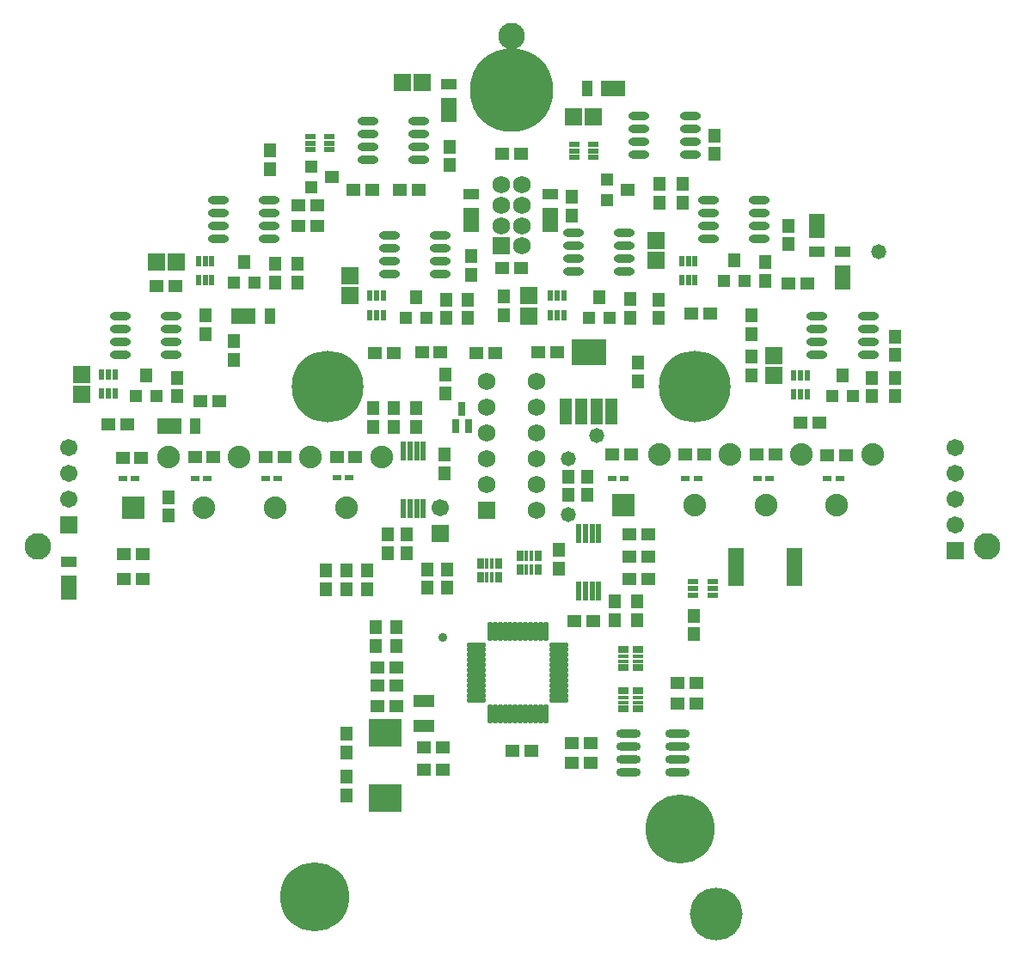
<source format=gbs>
%FSLAX23Y23*%
%MOIN*%
G70*
G01*
G75*
G04 Layer_Color=16711935*
%ADD10C,0.008*%
%ADD11C,0.010*%
%ADD12C,0.009*%
%ADD13C,0.020*%
%ADD14C,0.015*%
%ADD15C,0.030*%
%ADD16C,0.025*%
%ADD17C,0.080*%
%ADD18R,0.080X0.080*%
%ADD19C,0.260*%
%ADD20C,0.270*%
%ADD21R,0.060X0.060*%
%ADD22C,0.060*%
%ADD23C,0.059*%
%ADD24R,0.059X0.059*%
%ADD25C,0.260*%
%ADD26C,0.197*%
%ADD27C,0.315*%
%ADD28C,0.028*%
%ADD29C,0.050*%
%ADD30C,0.030*%
%ADD31C,0.040*%
%ADD32C,0.040*%
%ADD33C,0.100*%
G04:AMPARAMS|DCode=34|XSize=98mil|YSize=98mil|CornerRadius=0mil|HoleSize=0mil|Usage=FLASHONLY|Rotation=0.000|XOffset=0mil|YOffset=0mil|HoleType=Round|Shape=Relief|Width=20mil|Gap=10mil|Entries=4|*
%AMTHD34*
7,0,0,0.098,0.078,0.020,45*
%
%ADD34THD34*%
%ADD35C,0.078*%
G04:AMPARAMS|DCode=36|XSize=210mil|YSize=210mil|CornerRadius=0mil|HoleSize=0mil|Usage=FLASHONLY|Rotation=0.000|XOffset=0mil|YOffset=0mil|HoleType=Round|Shape=Relief|Width=20mil|Gap=10mil|Entries=4|*
%AMTHD36*
7,0,0,0.210,0.190,0.020,45*
%
%ADD36THD36*%
%ADD37C,0.075*%
G04:AMPARAMS|DCode=38|XSize=95mil|YSize=95mil|CornerRadius=0mil|HoleSize=0mil|Usage=FLASHONLY|Rotation=0.000|XOffset=0mil|YOffset=0mil|HoleType=Round|Shape=Relief|Width=20mil|Gap=10mil|Entries=4|*
%AMTHD38*
7,0,0,0.095,0.075,0.020,45*
%
%ADD38THD38*%
%ADD39C,0.075*%
G04:AMPARAMS|DCode=40|XSize=95.433mil|YSize=95.433mil|CornerRadius=0mil|HoleSize=0mil|Usage=FLASHONLY|Rotation=0.000|XOffset=0mil|YOffset=0mil|HoleType=Round|Shape=Relief|Width=20mil|Gap=10mil|Entries=4|*
%AMTHD40*
7,0,0,0.095,0.075,0.020,45*
%
%ADD40THD40*%
%ADD41C,0.070*%
G04:AMPARAMS|DCode=42|XSize=90mil|YSize=90mil|CornerRadius=0mil|HoleSize=0mil|Usage=FLASHONLY|Rotation=0.000|XOffset=0mil|YOffset=0mil|HoleType=Round|Shape=Relief|Width=20mil|Gap=10mil|Entries=4|*
%AMTHD42*
7,0,0,0.090,0.070,0.020,45*
%
%ADD42THD42*%
%ADD43C,0.300*%
%ADD44C,0.237*%
%ADD45C,0.355*%
%ADD46C,0.051*%
%ADD47C,0.068*%
%ADD48C,0.052*%
%ADD49C,0.007*%
%ADD50C,0.190*%
%ADD51R,0.014X0.067*%
%ADD52R,0.035X0.014*%
%ADD53R,0.020X0.049*%
%ADD54R,0.040X0.050*%
%ADD55R,0.040X0.040*%
%ADD56R,0.039X0.094*%
%ADD57R,0.130X0.094*%
%ADD58O,0.087X0.024*%
%ADD59O,0.073X0.024*%
%ADD60R,0.024X0.016*%
%ADD61R,0.055X0.138*%
%ADD62R,0.059X0.057*%
%ADD63R,0.043X0.045*%
%ADD64R,0.035X0.055*%
%ADD65R,0.087X0.055*%
%ADD66R,0.118X0.098*%
%ADD67O,0.012X0.069*%
%ADD68O,0.069X0.012*%
%ADD69R,0.075X0.043*%
%ADD70R,0.033X0.021*%
%ADD71R,0.033X0.010*%
%ADD72R,0.045X0.043*%
%ADD73R,0.055X0.035*%
%ADD74R,0.055X0.087*%
%ADD75R,0.014X0.035*%
%ADD76R,0.057X0.059*%
%ADD77R,0.050X0.040*%
%ADD78R,0.040X0.040*%
%ADD79R,0.021X0.033*%
%ADD80R,0.010X0.033*%
%ADD81C,0.012*%
%ADD82C,0.004*%
%ADD83C,0.008*%
%ADD84C,0.001*%
%ADD85C,0.006*%
%ADD86C,0.088*%
%ADD87R,0.088X0.088*%
%ADD88C,0.268*%
%ADD89C,0.278*%
%ADD90R,0.068X0.068*%
%ADD91C,0.067*%
%ADD92R,0.067X0.067*%
%ADD93C,0.103*%
%ADD94C,0.268*%
%ADD95C,0.205*%
%ADD96C,0.323*%
%ADD97C,0.036*%
%ADD98C,0.058*%
%ADD99R,0.022X0.075*%
%ADD100R,0.043X0.022*%
%ADD101R,0.028X0.057*%
%ADD102R,0.048X0.058*%
%ADD103R,0.048X0.048*%
%ADD104R,0.047X0.102*%
%ADD105R,0.138X0.102*%
%ADD106O,0.095X0.032*%
%ADD107O,0.081X0.032*%
%ADD108R,0.032X0.024*%
%ADD109R,0.063X0.146*%
%ADD110R,0.067X0.065*%
%ADD111R,0.051X0.053*%
%ADD112R,0.043X0.063*%
%ADD113R,0.095X0.063*%
%ADD114R,0.126X0.106*%
%ADD115O,0.020X0.077*%
%ADD116O,0.077X0.020*%
%ADD117R,0.083X0.051*%
%ADD118R,0.041X0.029*%
%ADD119R,0.041X0.018*%
%ADD120R,0.053X0.051*%
%ADD121R,0.063X0.043*%
%ADD122R,0.063X0.095*%
%ADD123R,0.022X0.043*%
%ADD124R,0.065X0.067*%
%ADD125R,0.058X0.048*%
%ADD126R,0.048X0.048*%
%ADD127R,0.029X0.041*%
%ADD128R,0.018X0.041*%
D47*
X8748Y1166D02*
D03*
X8669Y1245D02*
D03*
X8748D02*
D03*
X8669Y1323D02*
D03*
X8748D02*
D03*
X8669Y1402D02*
D03*
X8748D02*
D03*
X8805Y140D02*
D03*
X8614Y240D02*
D03*
X8805D02*
D03*
X8614Y340D02*
D03*
X8805D02*
D03*
X8614Y440D02*
D03*
X8805D02*
D03*
X8614Y540D02*
D03*
X8805D02*
D03*
X8614Y640D02*
D03*
X8805D02*
D03*
D86*
X8205Y346D02*
D03*
X8068Y149D02*
D03*
X7930Y346D02*
D03*
X7792Y149D02*
D03*
X7654Y346D02*
D03*
X7516Y149D02*
D03*
X7379Y346D02*
D03*
X9281Y356D02*
D03*
X9419Y159D02*
D03*
X9557Y356D02*
D03*
X9695Y159D02*
D03*
X9832Y356D02*
D03*
X9970Y159D02*
D03*
X10108Y356D02*
D03*
D87*
X7241Y149D02*
D03*
X9143Y159D02*
D03*
D88*
X9361Y-1097D02*
D03*
D89*
X9418Y619D02*
D03*
X7997Y620D02*
D03*
D90*
X8669Y1166D02*
D03*
X8614Y140D02*
D03*
D91*
X10429Y385D02*
D03*
Y285D02*
D03*
Y185D02*
D03*
Y85D02*
D03*
X6994Y185D02*
D03*
Y285D02*
D03*
Y385D02*
D03*
X8434Y150D02*
D03*
D92*
X10429Y-15D02*
D03*
X6994Y85D02*
D03*
X8434Y50D02*
D03*
D93*
X10551Y0D02*
D03*
X8709Y1981D02*
D03*
X6872Y0D02*
D03*
D94*
X7945Y-1359D02*
D03*
D95*
X9501Y-1425D02*
D03*
D96*
X8709Y1770D02*
D03*
D97*
X8441Y-352D02*
D03*
D98*
X10134Y1145D02*
D03*
X9039Y430D02*
D03*
X8929Y340D02*
D03*
Y125D02*
D03*
D99*
X8290Y147D02*
D03*
X8316D02*
D03*
X8342D02*
D03*
X8367D02*
D03*
X8290Y371D02*
D03*
X8316D02*
D03*
X8342D02*
D03*
X8367D02*
D03*
X9046Y50D02*
D03*
X9021D02*
D03*
X8995D02*
D03*
X8970D02*
D03*
X9046Y-174D02*
D03*
X9021D02*
D03*
X8995D02*
D03*
X8970D02*
D03*
D100*
X9414Y-189D02*
D03*
Y-163D02*
D03*
Y-137D02*
D03*
X9489D02*
D03*
Y-163D02*
D03*
Y-189D02*
D03*
X8951Y1509D02*
D03*
Y1535D02*
D03*
Y1561D02*
D03*
X9026D02*
D03*
Y1535D02*
D03*
Y1509D02*
D03*
X7928Y1539D02*
D03*
Y1565D02*
D03*
Y1591D02*
D03*
X8003D02*
D03*
Y1565D02*
D03*
Y1539D02*
D03*
D101*
X8491Y466D02*
D03*
X8542D02*
D03*
X8516Y534D02*
D03*
D102*
X7291Y664D02*
D03*
X9993Y663D02*
D03*
X9571Y1109D02*
D03*
X9048Y966D02*
D03*
X8339Y966D02*
D03*
X7672Y1104D02*
D03*
D103*
X7331Y584D02*
D03*
X7251D02*
D03*
X10033Y583D02*
D03*
X9953D02*
D03*
X9611Y1029D02*
D03*
X9531D02*
D03*
X9088Y886D02*
D03*
X9008D02*
D03*
X8379Y886D02*
D03*
X8299D02*
D03*
X7712Y1024D02*
D03*
X7632D02*
D03*
D104*
X8920Y525D02*
D03*
X8979D02*
D03*
X9038D02*
D03*
X9097D02*
D03*
D105*
X9009Y753D02*
D03*
D106*
X9164Y-725D02*
D03*
Y-775D02*
D03*
Y-825D02*
D03*
Y-875D02*
D03*
X9353Y-725D02*
D03*
Y-775D02*
D03*
Y-825D02*
D03*
Y-875D02*
D03*
D107*
X7389Y744D02*
D03*
Y794D02*
D03*
Y844D02*
D03*
Y894D02*
D03*
X7192Y744D02*
D03*
Y794D02*
D03*
Y844D02*
D03*
Y894D02*
D03*
X10091Y742D02*
D03*
Y792D02*
D03*
Y842D02*
D03*
Y892D02*
D03*
X9894Y742D02*
D03*
Y792D02*
D03*
Y842D02*
D03*
Y892D02*
D03*
X9669Y1194D02*
D03*
Y1244D02*
D03*
Y1294D02*
D03*
Y1344D02*
D03*
X9472Y1194D02*
D03*
Y1244D02*
D03*
Y1294D02*
D03*
Y1344D02*
D03*
X9401Y1521D02*
D03*
Y1571D02*
D03*
Y1621D02*
D03*
Y1671D02*
D03*
X9204Y1521D02*
D03*
Y1571D02*
D03*
Y1621D02*
D03*
Y1671D02*
D03*
X9146Y1066D02*
D03*
Y1116D02*
D03*
Y1166D02*
D03*
Y1216D02*
D03*
X8949Y1066D02*
D03*
Y1116D02*
D03*
Y1166D02*
D03*
Y1216D02*
D03*
X8434Y1056D02*
D03*
Y1106D02*
D03*
Y1156D02*
D03*
Y1206D02*
D03*
X8237Y1056D02*
D03*
Y1106D02*
D03*
Y1156D02*
D03*
Y1206D02*
D03*
X8350Y1501D02*
D03*
Y1551D02*
D03*
Y1601D02*
D03*
Y1651D02*
D03*
X8153Y1501D02*
D03*
Y1551D02*
D03*
Y1601D02*
D03*
Y1651D02*
D03*
X7770Y1194D02*
D03*
Y1244D02*
D03*
Y1294D02*
D03*
Y1344D02*
D03*
X7573Y1194D02*
D03*
Y1244D02*
D03*
Y1294D02*
D03*
Y1344D02*
D03*
D108*
X9934Y265D02*
D03*
X9983D02*
D03*
X7201Y262D02*
D03*
X7250D02*
D03*
X7481Y265D02*
D03*
X7530D02*
D03*
X7755D02*
D03*
X7804D02*
D03*
X8031Y266D02*
D03*
X8080D02*
D03*
X9098Y265D02*
D03*
X9147D02*
D03*
X9383D02*
D03*
X9432D02*
D03*
X9661D02*
D03*
X9710D02*
D03*
D109*
X9579Y-79D02*
D03*
X9807D02*
D03*
D110*
X7041Y667D02*
D03*
Y590D02*
D03*
X9725Y741D02*
D03*
Y664D02*
D03*
X9270Y1109D02*
D03*
Y1186D02*
D03*
X8777Y972D02*
D03*
Y895D02*
D03*
X8081Y1049D02*
D03*
Y972D02*
D03*
D111*
X8449Y284D02*
D03*
Y356D02*
D03*
X9639Y664D02*
D03*
Y736D02*
D03*
Y896D02*
D03*
Y824D02*
D03*
X8944Y1357D02*
D03*
Y1285D02*
D03*
X7524Y896D02*
D03*
Y824D02*
D03*
X7379Y119D02*
D03*
Y191D02*
D03*
X8459Y-89D02*
D03*
Y-161D02*
D03*
X8384D02*
D03*
Y-89D02*
D03*
X9197Y-287D02*
D03*
Y-214D02*
D03*
X9109D02*
D03*
Y-287D02*
D03*
X8069Y-166D02*
D03*
Y-94D02*
D03*
X7989D02*
D03*
Y-166D02*
D03*
X8262Y-386D02*
D03*
Y-314D02*
D03*
X8182Y-386D02*
D03*
Y-314D02*
D03*
X10107Y582D02*
D03*
Y654D02*
D03*
X9692Y1102D02*
D03*
Y1030D02*
D03*
X9281Y1335D02*
D03*
Y1407D02*
D03*
X9169Y959D02*
D03*
Y886D02*
D03*
X8455Y886D02*
D03*
Y958D02*
D03*
X7792Y1024D02*
D03*
Y1096D02*
D03*
X7411Y655D02*
D03*
Y583D02*
D03*
X9415Y-269D02*
D03*
Y-341D02*
D03*
X8069Y-894D02*
D03*
Y-966D02*
D03*
X8068Y-727D02*
D03*
Y-800D02*
D03*
X8149Y-94D02*
D03*
Y-166D02*
D03*
X8229Y46D02*
D03*
Y-26D02*
D03*
X8304D02*
D03*
Y46D02*
D03*
X9198Y641D02*
D03*
Y713D02*
D03*
X8929Y199D02*
D03*
Y271D02*
D03*
X9003D02*
D03*
Y199D02*
D03*
X7879Y1096D02*
D03*
Y1024D02*
D03*
X8540Y886D02*
D03*
Y958D02*
D03*
X7774Y1536D02*
D03*
Y1464D02*
D03*
X9280Y958D02*
D03*
Y886D02*
D03*
X9371Y1335D02*
D03*
Y1407D02*
D03*
X10197Y582D02*
D03*
Y654D02*
D03*
X7632Y724D02*
D03*
Y796D02*
D03*
X8468Y1551D02*
D03*
Y1479D02*
D03*
X8551Y1054D02*
D03*
Y1126D02*
D03*
X9495Y1594D02*
D03*
Y1522D02*
D03*
X8680Y898D02*
D03*
Y970D02*
D03*
X9783Y1244D02*
D03*
Y1172D02*
D03*
X10197Y743D02*
D03*
Y815D02*
D03*
X8454Y666D02*
D03*
Y594D02*
D03*
X8894Y-86D02*
D03*
Y-14D02*
D03*
X8174Y536D02*
D03*
Y464D02*
D03*
X8254Y464D02*
D03*
Y536D02*
D03*
X8338Y464D02*
D03*
Y536D02*
D03*
D112*
X7483Y468D02*
D03*
X9003Y1778D02*
D03*
X7771Y893D02*
D03*
D113*
X7382Y468D02*
D03*
X9103Y1778D02*
D03*
X7670Y893D02*
D03*
D114*
X8219Y-978D02*
D03*
Y-722D02*
D03*
D115*
X8626Y-650D02*
D03*
X8645D02*
D03*
X8665D02*
D03*
X8685D02*
D03*
X8704D02*
D03*
X8724D02*
D03*
X8744D02*
D03*
X8763D02*
D03*
X8783D02*
D03*
X8803D02*
D03*
X8822D02*
D03*
X8842D02*
D03*
Y-330D02*
D03*
X8822D02*
D03*
X8803D02*
D03*
X8783D02*
D03*
X8763D02*
D03*
X8744D02*
D03*
X8724D02*
D03*
X8704D02*
D03*
X8685D02*
D03*
X8665D02*
D03*
X8645D02*
D03*
X8626D02*
D03*
D116*
X8894Y-598D02*
D03*
Y-579D02*
D03*
Y-559D02*
D03*
Y-539D02*
D03*
Y-520D02*
D03*
Y-500D02*
D03*
Y-480D02*
D03*
Y-460D02*
D03*
Y-441D02*
D03*
Y-421D02*
D03*
Y-401D02*
D03*
Y-382D02*
D03*
X8573D02*
D03*
Y-401D02*
D03*
Y-421D02*
D03*
Y-441D02*
D03*
Y-460D02*
D03*
Y-480D02*
D03*
Y-500D02*
D03*
Y-520D02*
D03*
Y-539D02*
D03*
Y-559D02*
D03*
Y-579D02*
D03*
Y-598D02*
D03*
D117*
X8369Y-698D02*
D03*
Y-600D02*
D03*
D118*
X9198Y-630D02*
D03*
Y-560D02*
D03*
X9144D02*
D03*
Y-630D02*
D03*
Y-470D02*
D03*
Y-400D02*
D03*
X9198D02*
D03*
Y-470D02*
D03*
D119*
Y-605D02*
D03*
Y-585D02*
D03*
X9144D02*
D03*
Y-605D02*
D03*
Y-445D02*
D03*
Y-425D02*
D03*
X9198D02*
D03*
Y-445D02*
D03*
D120*
X8645Y750D02*
D03*
X8572D02*
D03*
X8434Y753D02*
D03*
X8361D02*
D03*
X7882Y1323D02*
D03*
X7955D02*
D03*
X8262Y-620D02*
D03*
X8189D02*
D03*
X8262Y-540D02*
D03*
X8189D02*
D03*
X9425Y-610D02*
D03*
X9352D02*
D03*
X7280Y-125D02*
D03*
X7207D02*
D03*
Y-30D02*
D03*
X7280D02*
D03*
X9015Y-764D02*
D03*
X8942D02*
D03*
X8943Y-840D02*
D03*
X9016D02*
D03*
X9025Y-290D02*
D03*
X8952D02*
D03*
X9934Y355D02*
D03*
X10007D02*
D03*
X9733Y356D02*
D03*
X9660D02*
D03*
X9383D02*
D03*
X9456D02*
D03*
X9172D02*
D03*
X9099D02*
D03*
X8031Y346D02*
D03*
X8104D02*
D03*
X7828D02*
D03*
X7755D02*
D03*
X7481D02*
D03*
X7554D02*
D03*
X7274Y345D02*
D03*
X7201D02*
D03*
X8369Y-865D02*
D03*
X8442D02*
D03*
X8369Y-780D02*
D03*
X8442D02*
D03*
X8170Y1385D02*
D03*
X8097D02*
D03*
X8745Y1080D02*
D03*
X8672D02*
D03*
X7575Y565D02*
D03*
X7502D02*
D03*
X7218Y472D02*
D03*
X7145D02*
D03*
X8262Y-470D02*
D03*
X8189D02*
D03*
X7405Y1010D02*
D03*
X7332D02*
D03*
X8350Y1385D02*
D03*
X8277D02*
D03*
X8252Y750D02*
D03*
X8179D02*
D03*
X8812Y753D02*
D03*
X8885D02*
D03*
X8745Y1525D02*
D03*
X8672D02*
D03*
X9782Y1020D02*
D03*
X9855D02*
D03*
X9480Y905D02*
D03*
X9407D02*
D03*
X9830Y481D02*
D03*
X9903D02*
D03*
X7884Y1244D02*
D03*
X7957D02*
D03*
X9425Y-530D02*
D03*
X9352D02*
D03*
X8787Y-794D02*
D03*
X8714D02*
D03*
X9167Y47D02*
D03*
X9240D02*
D03*
X9167Y-127D02*
D03*
X9240D02*
D03*
X9167Y-40D02*
D03*
X9240D02*
D03*
D121*
X9994Y1145D02*
D03*
X9893Y1145D02*
D03*
X8860Y1366D02*
D03*
X8553D02*
D03*
X8467Y1793D02*
D03*
X6994Y-61D02*
D03*
D122*
X9994Y1045D02*
D03*
X9893Y1245D02*
D03*
X8860Y1266D02*
D03*
X8553D02*
D03*
X8467Y1693D02*
D03*
X6994Y-161D02*
D03*
D123*
X9855Y590D02*
D03*
X9830D02*
D03*
X9804D02*
D03*
Y664D02*
D03*
X9830D02*
D03*
X9855D02*
D03*
X9420Y1034D02*
D03*
X9395D02*
D03*
X9369D02*
D03*
Y1108D02*
D03*
X9395D02*
D03*
X9420D02*
D03*
X8911Y898D02*
D03*
X8886D02*
D03*
X8860D02*
D03*
Y972D02*
D03*
X8886D02*
D03*
X8911D02*
D03*
X8211Y898D02*
D03*
X8186D02*
D03*
X8160D02*
D03*
Y972D02*
D03*
X8186D02*
D03*
X8211D02*
D03*
X7547Y1032D02*
D03*
X7522D02*
D03*
X7496D02*
D03*
Y1106D02*
D03*
X7522D02*
D03*
X7547D02*
D03*
X7171Y592D02*
D03*
X7146D02*
D03*
X7120D02*
D03*
Y666D02*
D03*
X7146D02*
D03*
X7171D02*
D03*
D124*
X9026Y1667D02*
D03*
X8949D02*
D03*
X8287Y1801D02*
D03*
X8364D02*
D03*
X7332Y1105D02*
D03*
X7409D02*
D03*
D125*
X9158Y1385D02*
D03*
X8014Y1435D02*
D03*
D126*
X9078Y1345D02*
D03*
Y1425D02*
D03*
X7934Y1395D02*
D03*
Y1475D02*
D03*
D127*
X8659Y-120D02*
D03*
X8589D02*
D03*
Y-66D02*
D03*
X8659D02*
D03*
X8811Y-35D02*
D03*
X8741D02*
D03*
Y-89D02*
D03*
X8811D02*
D03*
D128*
X8634Y-120D02*
D03*
X8614D02*
D03*
Y-66D02*
D03*
X8634D02*
D03*
X8786Y-35D02*
D03*
X8766D02*
D03*
Y-89D02*
D03*
X8786D02*
D03*
M02*

</source>
